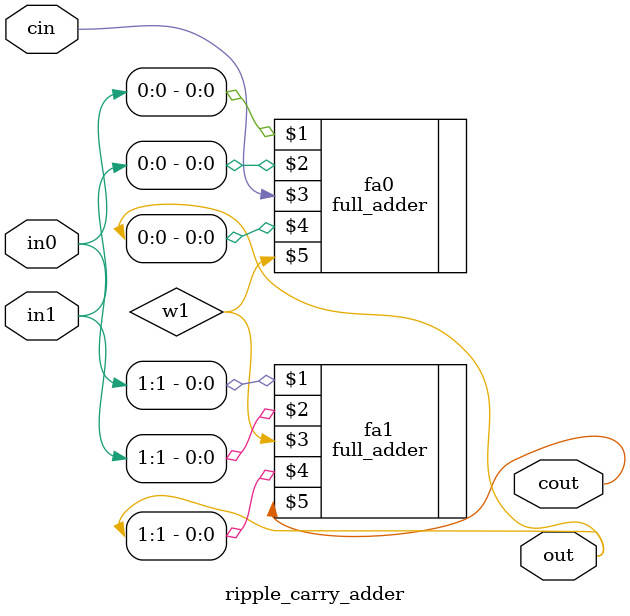
<source format=v>
`timescale 1ns / 1ps
module ripple_carry_adder(
    input cin,
    input [1:0] in0,
    input [1:0] in1,
    output [1:0] out,
    output cout
    );
	 
	 wire w1;
	 full_adder fa0(in0[0], in1[0], cin, out[0], w1);
	 full_adder fa1(in0[1], in1[1], w1, out[1], cout);

endmodule

</source>
